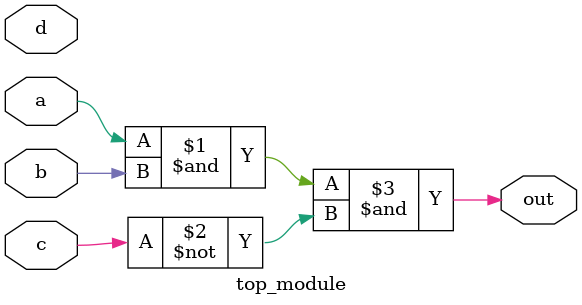
<source format=sv>
module top_module (
	input a, 
	input b,
	input c,
	input d,
	output out
);
	// Truth table
	
	// a  |  b  |  c  |  d  |  out
	// -----------------------------
	// 0  |  0  |  0  |  0  |   1
	// 0  |  0  |  0  |  1  |   1
	// 0  |  0  |  1  |  0  |   0
	// 0  |  0  |  1  |  1  |   1
	// 0  |  1  |  0  |  0  |   1
	// 0  |  1  |  0  |  1  |   0
	// 0  |  1  |  1  |  0  |   0
	// 0  |  1  |  1  |  1  |   1
	// 1  |  0  |  0  |  0  |   1
	// 1  |  0  |  0  |  1  |   1
	// 1  |  0  |  1  |  0  |   0
	// 1  |  0  |  1  |  1  |   0
	// 1  |  1  |  0  |  0  |   1
	// 1  |  1  |  0  |  1  |   1
	// 1  |  1  |  1  |  0  |   1
	// 1  |  1  |  1  |  1  |   1
	
	assign out = (a & b & ~c & (d | (~d))); // Formula derived from the Karnaugh map
	
endmodule

</source>
